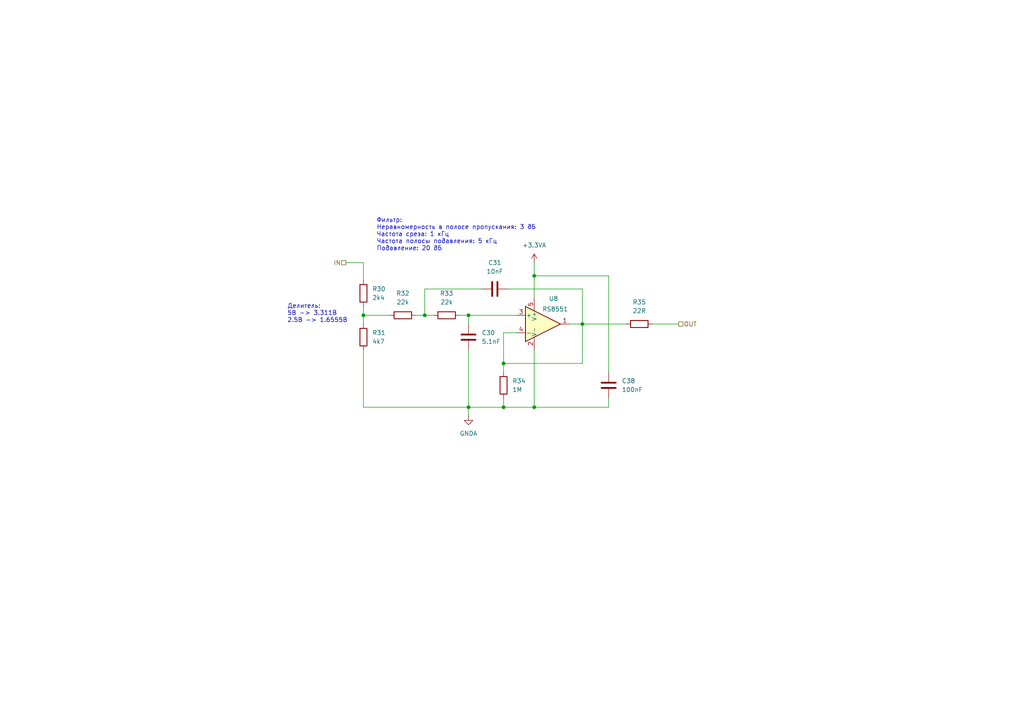
<source format=kicad_sch>
(kicad_sch (version 20231120) (generator "eeschema") (generator_version "8.0")
  (paper "A4")
  (lib_symbols
    (symbol "Device:C" (pin_numbers hide) (pin_names (offset 0.254))
      (property "Reference" "C" (at 0.635 2.54 0))
      (property "Value" "C" (at 0.635 -2.54 0))
      (symbol "C_0_1"
        (polyline (pts (xy -2.032 -0.762) (xy 2.032 -0.762)) (stroke (width 0.508)))
        (polyline (pts (xy -2.032 0.762) (xy 2.032 0.762)) (stroke (width 0.508)))
      )
      (symbol "C_1_1"
        (pin passive line (at 0 3.81 270) (length 2.794) (name "~") (number "1"))
        (pin passive line (at 0 -3.81 90) (length 2.794) (name "~") (number "2"))
      )
    )
    (symbol "Device:R" (pin_numbers hide) (pin_names (offset 0))
      (property "Reference" "R" (at 2.032 0 90))
      (property "Value" "R" (at 0 0 90))
      (symbol "R_0_1"
        (rectangle (start -1.016 -2.54) (end 1.016 2.54) (stroke (width 0.254)))
      )
      (symbol "R_1_1"
        (pin passive line (at 0 3.81 270) (length 1.27) (name "~") (number "1"))
        (pin passive line (at 0 -3.81 90) (length 1.27) (name "~") (number "2"))
      )
    )
    (symbol "main:RS8551" (pin_names (offset 0.127))
      (property "Reference" "U" (at 0 5.08 0))
      (property "Value" "RS8551" (at 0 -5.08 0))
      (symbol "RS8551_0_1"
        (polyline (pts (xy -5.08 5.08) (xy 5.08 0) (xy -5.08 -5.08) (xy -5.08 5.08)) (stroke (width 0.254)) (fill (type background)))
        (pin power_in line (at -2.54 -7.62 90) (length 3.81) (name "V-") (number "2"))
        (pin power_in line (at -2.54 7.62 270) (length 3.81) (name "V+") (number "5"))
      )
      (symbol "RS8551_1_1"
        (pin output line (at 7.62 0 180) (length 2.54) (name "~") (number "1"))
        (pin input line (at -7.62 2.54 0) (length 2.54) (name "+") (number "3"))
        (pin input line (at -7.62 -2.54 0) (length 2.54) (name "-") (number "4"))
      )
    )
    (symbol "power:+3.3VA" (power) (pin_numbers hide) (pin_names (offset 0) hide)
      (property "Value" "+3.3VA" (at 0 3.556 0))
      (symbol "+3.3VA_0_1"
        (polyline (pts (xy -0.762 1.27) (xy 0 2.54)))
        (polyline (pts (xy 0 0) (xy 0 2.54)))
        (polyline (pts (xy 0 2.54) (xy 0.762 1.27)))
      )
      (symbol "+3.3VA_1_1"
        (pin power_in line (at 0 0 90) (length 0) (name "~") (number "1"))
      )
    )
    (symbol "power:GNDA" (power) (pin_numbers hide) (pin_names (offset 0) hide)
      (property "Value" "GNDA" (at 0 -3.81 0))
      (symbol "GNDA_0_1"
        (polyline (pts (xy 0 0) (xy 0 -1.27) (xy 1.27 -1.27) (xy 0 -2.54) (xy -1.27 -1.27) (xy 0 -1.27)))
      )
      (symbol "GNDA_1_1"
        (pin power_in line (at 0 0 270) (length 0) (name "~") (number "1"))
      )
    )
  )
  (junction (at 135.89 118.11))
  (junction (at 146.05 118.11))
  (junction (at 168.91 93.98))
  (junction (at 154.94 118.11))
  (junction (at 146.05 105.41))
  (junction (at 154.94 80.01))
  (junction (at 123.19 91.44))
  (junction (at 105.41 91.44))
  (junction (at 135.89 91.44))
  (wire (pts (xy 105.41 118.11) (xy 135.89 118.11)))
  (wire (pts (xy 135.89 101.6) (xy 135.89 118.11)))
  (wire (pts (xy 135.89 91.44) (xy 135.89 93.98)))
  (wire (pts (xy 105.41 101.6) (xy 105.41 118.11)))
  (wire (pts (xy 135.89 91.44) (xy 149.86 91.44)))
  (wire (pts (xy 146.05 115.57) (xy 146.05 118.11)))
  (wire (pts (xy 165.1 93.98) (xy 168.91 93.98)))
  (wire (pts (xy 139.7 83.82) (xy 123.19 83.82)))
  (wire (pts (xy 146.05 105.41) (xy 168.91 105.41)))
  (wire (pts (xy 105.41 91.44) (xy 105.41 93.98)))
  (wire (pts (xy 123.19 83.82) (xy 123.19 91.44)))
  (wire (pts (xy 154.94 80.01) (xy 154.94 86.36)))
  (wire (pts (xy 133.35 91.44) (xy 135.89 91.44)))
  (wire (pts (xy 154.94 101.6) (xy 154.94 118.11)))
  (wire (pts (xy 120.65 91.44) (xy 123.19 91.44)))
  (wire (pts (xy 147.32 83.82) (xy 168.91 83.82)))
  (wire (pts (xy 176.53 115.57) (xy 176.53 118.11)))
  (wire (pts (xy 154.94 118.11) (xy 176.53 118.11)))
  (wire (pts (xy 176.53 80.01) (xy 154.94 80.01)))
  (wire (pts (xy 135.89 118.11) (xy 146.05 118.11)))
  (wire (pts (xy 105.41 76.2) (xy 105.41 81.28)))
  (wire (pts (xy 149.86 96.52) (xy 146.05 96.52)))
  (wire (pts (xy 105.41 88.9) (xy 105.41 91.44)))
  (wire (pts (xy 146.05 105.41) (xy 146.05 107.95)))
  (wire (pts (xy 154.94 76.2) (xy 154.94 80.01)))
  (wire (pts (xy 105.41 76.2) (xy 100.33 76.2)))
  (wire (pts (xy 135.89 118.11) (xy 135.89 120.65)))
  (wire (pts (xy 189.23 93.98) (xy 196.85 93.98)))
  (wire (pts (xy 146.05 118.11) (xy 154.94 118.11)))
  (wire (pts (xy 105.41 91.44) (xy 113.03 91.44)))
  (wire (pts (xy 168.91 83.82) (xy 168.91 93.98)))
  (wire (pts (xy 168.91 105.41) (xy 168.91 93.98)))
  (wire (pts (xy 168.91 93.98) (xy 181.61 93.98)))
  (wire (pts (xy 123.19 91.44) (xy 125.73 91.44)))
  (wire (pts (xy 176.53 107.95) (xy 176.53 80.01)))
  (wire (pts (xy 146.05 96.52) (xy 146.05 105.41)))
  (text "Делитель:\n5В -> 3.311В\n2.5В -> 1.6555В" (at 83.312 90.932 0) (effects (font (size 1.27 1.27)) (justify left)))
  (text "Фильтр:\nНеравномерность в полосе пропускания: 3 дБ\nЧастота среза: 1 кГц\nЧастота полосы подавления: 5 кГц\nПодавление: 20 дБ" (at 109.22 68.072 0) (effects (font (size 1.27 1.27)) (justify left)))
  (hierarchical_label "IN" (shape passive) (at 100.33 76.2 180))
  (hierarchical_label "OUT" (shape passive) (at 196.85 93.98 0))
  (symbol (lib_id "Device:C") (at 135.89 97.79 0) (unit 1)
    (property "Reference" "C30" (at 139.7 96.5199 0) (effects (justify left)))
    (property "Value" "5.1nF" (at 139.7 99.0599 0) (effects (justify left)))
    (property "Footprint" "Capacitor_SMD:C_0805_2012Metric" (effects (hide yes)))
    (property "Description" "Unpolarized capacitor" (effects (hide yes)))
  )
  (symbol (lib_id "Device:R") (at 105.41 97.79 0) (unit 1)
    (property "Reference" "R31" (at 107.95 96.5199 0) (effects (justify left)))
    (property "Value" "4k7" (at 107.95 99.0599 0) (effects (justify left)))
    (property "Footprint" "Resistor_SMD:R_0805_2012Metric" (effects (hide yes)))
    (property "Description" "Resistor" (effects (hide yes)))
  )
  (symbol (lib_id "Device:R") (at 116.84 91.44 90) (unit 1)
    (property "Reference" "R32" (at 116.84 85.09 90))
    (property "Value" "22k" (at 116.84 87.63 90))
    (property "Footprint" "Resistor_SMD:R_0805_2012Metric" (effects (hide yes)))
    (property "Description" "Resistor" (effects (hide yes)))
  )
  (symbol (lib_id "Device:R") (at 146.05 111.76 180) (unit 1)
    (property "Reference" "R34" (at 148.59 110.4899 0) (effects (justify right)))
    (property "Value" "1M" (at 148.59 113.0299 0) (effects (justify right)))
    (property "Footprint" "Resistor_SMD:R_0805_2012Metric" (effects (hide yes)))
    (property "Description" "Resistor" (effects (hide yes)))
  )
  (symbol (lib_id "main:RS8551") (at 157.48 93.98 0) (unit 1)
    (property "Reference" "U8" (at 160.528 86.614 0))
    (property "Value" "RS8551" (at 161.036 89.662 0))
    (property "Footprint" "Package_TO_SOT_SMD:TSOT-23-5" (effects (hide yes)))
    (property "Datasheet" "https://www.run-ic.com/en/details/9/11.html" (effects (hide yes)))
    (property "Description" "The RS8551,RS8552,RS8554,RS8553(dual version &shutdown)series of CMOS operational amplifiers use auto-zero techniques to simultaneously provide very low offset voltage (5μV max) and near-zero drift over time and temperature. This family of amplifiers has ultralow noise, offset and power." (effects (hide yes)))
  )
  (symbol (lib_id "Device:R") (at 129.54 91.44 90) (unit 1)
    (property "Reference" "R33" (at 129.54 85.09 90))
    (property "Value" "22k" (at 129.54 87.63 90))
    (property "Footprint" "Resistor_SMD:R_0805_2012Metric" (effects (hide yes)))
    (property "Description" "Resistor" (effects (hide yes)))
  )
  (symbol (lib_id "power:+3.3VA") (at 154.94 76.2 0) (unit 1)
    (property "Reference" "#PWR21" (effects (hide yes)))
    (property "Value" "+3.3VA" (at 154.94 71.12 0))
    (property "Description" "Power symbol creates a global label with name \"+3.3VA\"" (effects (hide yes)))
  )
  (symbol (lib_id "power:GNDA") (at 135.89 120.65 0) (unit 1)
    (property "Reference" "#PWR20" (effects (hide yes)))
    (property "Value" "GNDA" (at 135.89 125.73 0))
    (property "Description" "Power symbol creates a global label with name \"GNDA\" , analog ground" (effects (hide yes)))
  )
  (symbol (lib_id "Device:R") (at 105.41 85.09 0) (unit 1)
    (property "Reference" "R30" (at 107.95 83.8199 0) (effects (justify left)))
    (property "Value" "2k4" (at 107.95 86.3599 0) (effects (justify left)))
    (property "Footprint" "Resistor_SMD:R_0805_2012Metric" (effects (hide yes)))
    (property "Description" "Resistor" (effects (hide yes)))
  )
  (symbol (lib_id "Device:R") (at 185.42 93.98 90) (unit 1)
    (property "Reference" "R35" (at 185.42 87.63 90))
    (property "Value" "22R" (at 185.42 90.17 90))
    (property "Footprint" "Resistor_SMD:R_0805_2012Metric" (effects (hide yes)))
    (property "Description" "Resistor" (effects (hide yes)))
  )
  (symbol (lib_id "Device:C") (at 176.53 111.76 0) (unit 1)
    (property "Reference" "C38" (at 180.34 110.4899 0) (effects (justify left)))
    (property "Value" "100nF" (at 180.34 113.0299 0) (effects (justify left)))
    (property "Footprint" "Capacitor_SMD:C_0805_2012Metric" (effects (hide yes)))
    (property "Description" "Unpolarized capacitor" (effects (hide yes)))
  )
  (symbol (lib_id "Device:C") (at 143.51 83.82 270) (unit 1)
    (property "Reference" "C31" (at 143.51 76.2 90))
    (property "Value" "10nF" (at 143.51 78.74 90))
    (property "Footprint" "Capacitor_SMD:C_0805_2012Metric" (effects (hide yes)))
    (property "Description" "Unpolarized capacitor" (effects (hide yes)))
  )
)
</source>
